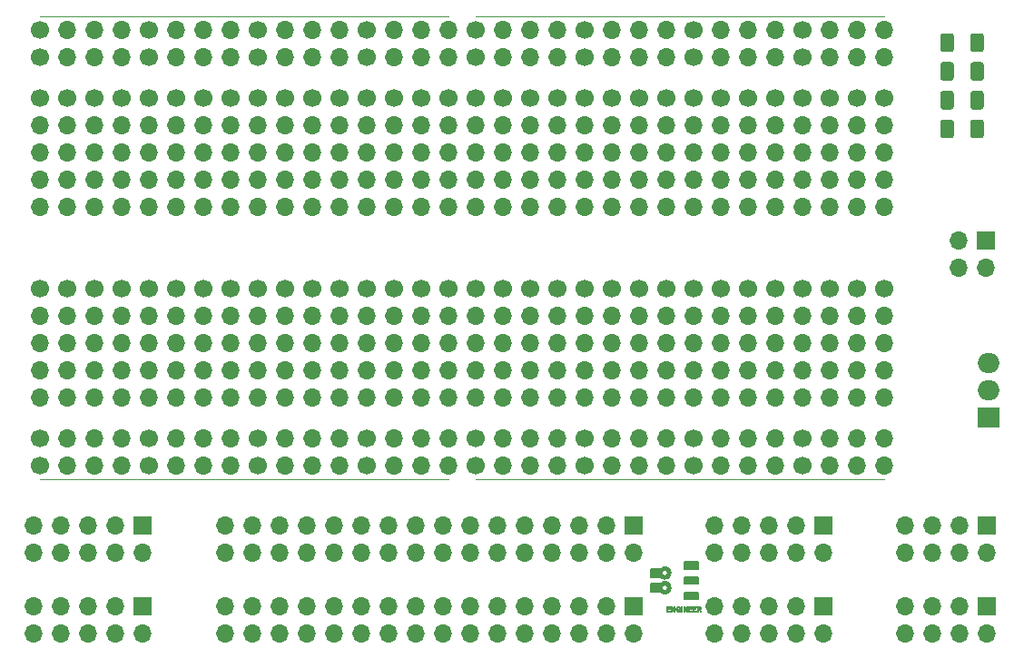
<source format=gbr>
%TF.GenerationSoftware,KiCad,Pcbnew,(5.1.10)-1*%
%TF.CreationDate,2021-09-08T13:29:56-05:00*%
%TF.ProjectId,gd protoboard pcb,67642070-726f-4746-9f62-6f6172642070,rev?*%
%TF.SameCoordinates,Original*%
%TF.FileFunction,Soldermask,Top*%
%TF.FilePolarity,Negative*%
%FSLAX46Y46*%
G04 Gerber Fmt 4.6, Leading zero omitted, Abs format (unit mm)*
G04 Created by KiCad (PCBNEW (5.1.10)-1) date 2021-09-08 13:29:56*
%MOMM*%
%LPD*%
G01*
G04 APERTURE LIST*
%ADD10C,0.120000*%
%ADD11C,0.134262*%
%ADD12C,0.095901*%
%ADD13O,1.700000X1.700000*%
%ADD14R,1.700000X1.700000*%
%ADD15O,2.000000X1.905000*%
%ADD16R,2.000000X1.905000*%
%ADD17C,1.700000*%
G04 APERTURE END LIST*
D10*
X148082000Y-71374000D02*
X109982000Y-71374000D01*
X188722000Y-71374000D02*
X150622000Y-71374000D01*
X188722000Y-114554000D02*
X150622000Y-114554000D01*
X148082000Y-114554000D02*
X109982000Y-114554000D01*
D11*
%TO.C,svg2mod*%
G36*
X168279800Y-124124647D02*
G01*
X168018413Y-124557785D01*
X168079331Y-124464912D01*
X168169546Y-124402461D01*
X168279800Y-124379605D01*
X168390581Y-124402642D01*
X168480737Y-124465395D01*
X168541362Y-124558329D01*
X168563550Y-124671904D01*
X168541362Y-124786225D01*
X168480737Y-124879540D01*
X168390581Y-124942435D01*
X168279800Y-124965492D01*
X168169019Y-124942435D01*
X168078862Y-124879540D01*
X168018237Y-124786225D01*
X167996050Y-124671904D01*
X168018413Y-124557785D01*
X168279800Y-124124647D01*
X168141698Y-124143485D01*
X168017485Y-124196375D01*
X167911050Y-124277879D01*
X166943550Y-124277879D01*
X166943550Y-125065930D01*
X167911050Y-125065930D01*
X168016930Y-125148006D01*
X168141420Y-125200610D01*
X168279800Y-125219162D01*
X168421148Y-125199638D01*
X168548087Y-125144525D01*
X168655581Y-125059009D01*
X168738596Y-124948275D01*
X168792097Y-124817512D01*
X168811050Y-124671904D01*
X168792097Y-124526297D01*
X168738596Y-124395534D01*
X168655581Y-124284800D01*
X168548087Y-124199284D01*
X168421148Y-124144171D01*
X168279800Y-124124647D01*
G37*
X168279800Y-124124647D02*
X168018413Y-124557785D01*
X168079331Y-124464912D01*
X168169546Y-124402461D01*
X168279800Y-124379605D01*
X168390581Y-124402642D01*
X168480737Y-124465395D01*
X168541362Y-124558329D01*
X168563550Y-124671904D01*
X168541362Y-124786225D01*
X168480737Y-124879540D01*
X168390581Y-124942435D01*
X168279800Y-124965492D01*
X168169019Y-124942435D01*
X168078862Y-124879540D01*
X168018237Y-124786225D01*
X167996050Y-124671904D01*
X168018413Y-124557785D01*
X168279800Y-124124647D01*
X168141698Y-124143485D01*
X168017485Y-124196375D01*
X167911050Y-124277879D01*
X166943550Y-124277879D01*
X166943550Y-125065930D01*
X167911050Y-125065930D01*
X168016930Y-125148006D01*
X168141420Y-125200610D01*
X168279800Y-125219162D01*
X168421148Y-125199638D01*
X168548087Y-125144525D01*
X168655581Y-125059009D01*
X168738596Y-124948275D01*
X168792097Y-124817512D01*
X168811050Y-124671904D01*
X168792097Y-124526297D01*
X168738596Y-124395534D01*
X168655581Y-124284800D01*
X168548087Y-124199284D01*
X168421148Y-124144171D01*
X168279800Y-124124647D01*
G36*
X170089800Y-122276849D02*
G01*
X171407300Y-122276849D01*
X171407300Y-122888490D01*
X170089800Y-122888490D01*
X170089800Y-122276849D01*
G37*
X170089800Y-122276849D02*
X171407300Y-122276849D01*
X171407300Y-122888490D01*
X170089800Y-122888490D01*
X170089800Y-122276849D01*
G36*
X170089800Y-123676540D02*
G01*
X171407300Y-123676540D01*
X171407300Y-124288181D01*
X170089800Y-124288181D01*
X170089800Y-123676540D01*
G37*
X170089800Y-123676540D02*
X171407300Y-123676540D01*
X171407300Y-124288181D01*
X170089800Y-124288181D01*
X170089800Y-123676540D01*
G36*
X170089800Y-125080094D02*
G01*
X171407300Y-125080094D01*
X171407300Y-125691734D01*
X170089800Y-125691734D01*
X170089800Y-125080094D01*
G37*
X170089800Y-125080094D02*
X171407300Y-125080094D01*
X171407300Y-125691734D01*
X170089800Y-125691734D01*
X170089800Y-125080094D01*
G36*
X168279800Y-122727532D02*
G01*
X168018413Y-123160468D01*
X168079331Y-123067153D01*
X168169546Y-123004259D01*
X168279800Y-122981201D01*
X168390581Y-123004259D01*
X168480737Y-123067153D01*
X168541362Y-123160468D01*
X168563550Y-123274789D01*
X168541362Y-123388365D01*
X168480737Y-123481298D01*
X168390581Y-123544052D01*
X168279800Y-123567089D01*
X168169019Y-123544052D01*
X168078862Y-123481298D01*
X168018237Y-123388365D01*
X167996050Y-123274789D01*
X168018413Y-123160468D01*
X168279800Y-122727532D01*
X168141698Y-122746370D01*
X168017485Y-122799259D01*
X167911050Y-122880764D01*
X166943550Y-122880764D01*
X166943550Y-123668814D01*
X167911050Y-123668814D01*
X168016930Y-123750891D01*
X168141420Y-123803494D01*
X168279800Y-123822046D01*
X168421148Y-123802523D01*
X168548087Y-123747409D01*
X168655581Y-123661893D01*
X168738596Y-123551160D01*
X168792097Y-123420396D01*
X168811050Y-123274789D01*
X168792097Y-123129182D01*
X168738596Y-122998418D01*
X168655581Y-122887685D01*
X168548087Y-122802168D01*
X168421148Y-122747055D01*
X168279800Y-122727532D01*
G37*
X168279800Y-122727532D02*
X168018413Y-123160468D01*
X168079331Y-123067153D01*
X168169546Y-123004259D01*
X168279800Y-122981201D01*
X168390581Y-123004259D01*
X168480737Y-123067153D01*
X168541362Y-123160468D01*
X168563550Y-123274789D01*
X168541362Y-123388365D01*
X168480737Y-123481298D01*
X168390581Y-123544052D01*
X168279800Y-123567089D01*
X168169019Y-123544052D01*
X168078862Y-123481298D01*
X168018237Y-123388365D01*
X167996050Y-123274789D01*
X168018413Y-123160468D01*
X168279800Y-122727532D01*
X168141698Y-122746370D01*
X168017485Y-122799259D01*
X167911050Y-122880764D01*
X166943550Y-122880764D01*
X166943550Y-123668814D01*
X167911050Y-123668814D01*
X168016930Y-123750891D01*
X168141420Y-123803494D01*
X168279800Y-123822046D01*
X168421148Y-123802523D01*
X168548087Y-123747409D01*
X168655581Y-123661893D01*
X168738596Y-123551160D01*
X168792097Y-123420396D01*
X168811050Y-123274789D01*
X168792097Y-123129182D01*
X168738596Y-122998418D01*
X168655581Y-122887685D01*
X168548087Y-122802168D01*
X168421148Y-122747055D01*
X168279800Y-122727532D01*
D12*
G36*
X168769800Y-126472059D02*
G01*
X168539800Y-126472059D01*
X168539800Y-126573784D01*
X168721050Y-126573784D01*
X168721050Y-126667784D01*
X168539800Y-126667784D01*
X168539800Y-126775947D01*
X168769800Y-126775947D01*
X168769800Y-126875098D01*
X168424800Y-126875098D01*
X168424800Y-126376772D01*
X168769800Y-126376772D01*
X168769800Y-126472059D01*
G37*
X168769800Y-126472059D02*
X168539800Y-126472059D01*
X168539800Y-126573784D01*
X168721050Y-126573784D01*
X168721050Y-126667784D01*
X168539800Y-126667784D01*
X168539800Y-126775947D01*
X168769800Y-126775947D01*
X168769800Y-126875098D01*
X168424800Y-126875098D01*
X168424800Y-126376772D01*
X168769800Y-126376772D01*
X168769800Y-126472059D01*
G36*
X169209800Y-126378059D02*
G01*
X169209800Y-126876385D01*
X169113550Y-126876385D01*
X168924800Y-126539017D01*
X168926043Y-126555757D01*
X168927287Y-126577647D01*
X168927287Y-126876385D01*
X168838537Y-126876385D01*
X168838537Y-126378059D01*
X168961037Y-126378059D01*
X169126037Y-126671647D01*
X169123537Y-126638167D01*
X169123537Y-126378059D01*
X169209800Y-126378059D01*
G37*
X169209800Y-126378059D02*
X169209800Y-126876385D01*
X169113550Y-126876385D01*
X168924800Y-126539017D01*
X168926043Y-126555757D01*
X168927287Y-126577647D01*
X168927287Y-126876385D01*
X168838537Y-126876385D01*
X168838537Y-126378059D01*
X168961037Y-126378059D01*
X169126037Y-126671647D01*
X169123537Y-126638167D01*
X169123537Y-126378059D01*
X169209800Y-126378059D01*
G36*
X169684800Y-126609839D02*
G01*
X169684800Y-126876385D01*
X169633550Y-126876385D01*
X169617300Y-126818440D01*
X169484800Y-126882824D01*
X169400737Y-126865440D01*
X169337300Y-126813290D01*
X169297925Y-126733294D01*
X169284800Y-126633017D01*
X169298862Y-126525497D01*
X169341050Y-126441155D01*
X169407456Y-126387234D01*
X169493550Y-126369046D01*
X169623550Y-126415401D01*
X169683550Y-126540305D01*
X169576050Y-126554469D01*
X169492300Y-126464333D01*
X169422300Y-126506826D01*
X169398550Y-126629154D01*
X169423550Y-126746331D01*
X169496050Y-126786249D01*
X169549800Y-126765646D01*
X169573550Y-126699975D01*
X169482300Y-126699975D01*
X169482300Y-126607263D01*
X169684800Y-126607263D01*
X169684800Y-126609839D01*
G37*
X169684800Y-126609839D02*
X169684800Y-126876385D01*
X169633550Y-126876385D01*
X169617300Y-126818440D01*
X169484800Y-126882824D01*
X169400737Y-126865440D01*
X169337300Y-126813290D01*
X169297925Y-126733294D01*
X169284800Y-126633017D01*
X169298862Y-126525497D01*
X169341050Y-126441155D01*
X169407456Y-126387234D01*
X169493550Y-126369046D01*
X169623550Y-126415401D01*
X169683550Y-126540305D01*
X169576050Y-126554469D01*
X169492300Y-126464333D01*
X169422300Y-126506826D01*
X169398550Y-126629154D01*
X169423550Y-126746331D01*
X169496050Y-126786249D01*
X169549800Y-126765646D01*
X169573550Y-126699975D01*
X169482300Y-126699975D01*
X169482300Y-126607263D01*
X169684800Y-126607263D01*
X169684800Y-126609839D01*
G36*
X169886050Y-126378059D02*
G01*
X169886050Y-126876385D01*
X169773550Y-126876385D01*
X169773550Y-126378059D01*
X169886050Y-126378059D01*
G37*
X169886050Y-126378059D02*
X169886050Y-126876385D01*
X169773550Y-126876385D01*
X169773550Y-126378059D01*
X169886050Y-126378059D01*
G36*
X170356050Y-126378059D02*
G01*
X170356050Y-126876385D01*
X170259800Y-126876385D01*
X170071050Y-126540305D01*
X170072293Y-126557045D01*
X170073537Y-126578935D01*
X170073537Y-126877673D01*
X169984787Y-126877673D01*
X169984787Y-126379347D01*
X170107287Y-126379347D01*
X170272287Y-126672934D01*
X170269787Y-126639455D01*
X170269787Y-126379347D01*
X170356037Y-126379347D01*
X170356050Y-126378059D01*
G37*
X170356050Y-126378059D02*
X170356050Y-126876385D01*
X170259800Y-126876385D01*
X170071050Y-126540305D01*
X170072293Y-126557045D01*
X170073537Y-126578935D01*
X170073537Y-126877673D01*
X169984787Y-126877673D01*
X169984787Y-126379347D01*
X170107287Y-126379347D01*
X170272287Y-126672934D01*
X170269787Y-126639455D01*
X170269787Y-126379347D01*
X170356037Y-126379347D01*
X170356050Y-126378059D01*
G36*
X170798550Y-126472059D02*
G01*
X170568550Y-126472059D01*
X170568550Y-126573784D01*
X170749800Y-126573784D01*
X170749800Y-126667784D01*
X170568550Y-126667784D01*
X170568550Y-126775947D01*
X170798550Y-126775947D01*
X170798550Y-126875098D01*
X170453550Y-126875098D01*
X170453550Y-126376772D01*
X170798550Y-126376772D01*
X170798550Y-126472059D01*
G37*
X170798550Y-126472059D02*
X170568550Y-126472059D01*
X170568550Y-126573784D01*
X170749800Y-126573784D01*
X170749800Y-126667784D01*
X170568550Y-126667784D01*
X170568550Y-126775947D01*
X170798550Y-126775947D01*
X170798550Y-126875098D01*
X170453550Y-126875098D01*
X170453550Y-126376772D01*
X170798550Y-126376772D01*
X170798550Y-126472059D01*
G36*
X171212300Y-126472059D02*
G01*
X170982300Y-126472059D01*
X170982300Y-126573784D01*
X171162300Y-126573784D01*
X171162300Y-126667784D01*
X170981050Y-126667784D01*
X170981050Y-126775947D01*
X171212300Y-126775947D01*
X171212300Y-126875098D01*
X170867300Y-126875098D01*
X170867300Y-126376772D01*
X171212300Y-126376772D01*
X171212300Y-126472059D01*
G37*
X171212300Y-126472059D02*
X170982300Y-126472059D01*
X170982300Y-126573784D01*
X171162300Y-126573784D01*
X171162300Y-126667784D01*
X170981050Y-126667784D01*
X170981050Y-126775947D01*
X171212300Y-126775947D01*
X171212300Y-126875098D01*
X170867300Y-126875098D01*
X170867300Y-126376772D01*
X171212300Y-126376772D01*
X171212300Y-126472059D01*
G36*
X171393550Y-126678085D02*
G01*
X171393550Y-126594387D01*
X171463550Y-126594387D01*
X171513550Y-126589237D01*
X171541050Y-126567346D01*
X171553550Y-126528716D01*
X171541050Y-126491374D01*
X171514800Y-126470772D01*
X171461050Y-126466909D01*
X171393550Y-126466908D01*
X171393550Y-126594387D01*
X171393550Y-126678085D01*
X171393550Y-126875098D01*
X171279800Y-126875098D01*
X171279800Y-126376772D01*
X171492300Y-126376772D01*
X171587300Y-126390936D01*
X171646050Y-126442442D01*
X171669800Y-126526141D01*
X171649019Y-126603079D01*
X171586050Y-126654907D01*
X171674800Y-126875098D01*
X171549800Y-126875098D01*
X171476050Y-126678085D01*
X171393550Y-126678085D01*
G37*
X171393550Y-126678085D02*
X171393550Y-126594387D01*
X171463550Y-126594387D01*
X171513550Y-126589237D01*
X171541050Y-126567346D01*
X171553550Y-126528716D01*
X171541050Y-126491374D01*
X171514800Y-126470772D01*
X171461050Y-126466909D01*
X171393550Y-126466908D01*
X171393550Y-126594387D01*
X171393550Y-126678085D01*
X171393550Y-126875098D01*
X171279800Y-126875098D01*
X171279800Y-126376772D01*
X171492300Y-126376772D01*
X171587300Y-126390936D01*
X171646050Y-126442442D01*
X171669800Y-126526141D01*
X171649019Y-126603079D01*
X171586050Y-126654907D01*
X171674800Y-126875098D01*
X171549800Y-126875098D01*
X171476050Y-126678085D01*
X171393550Y-126678085D01*
%TD*%
D13*
%TO.C,J8*%
X127254000Y-121437400D03*
X127254000Y-118897400D03*
X129794000Y-121437400D03*
X129794000Y-118897400D03*
X132334000Y-121437400D03*
X132334000Y-118897400D03*
X134874000Y-121437400D03*
X134874000Y-118897400D03*
X137414000Y-121437400D03*
X137414000Y-118897400D03*
X139954000Y-121437400D03*
X139954000Y-118897400D03*
X142494000Y-121437400D03*
X142494000Y-118897400D03*
X145034000Y-121437400D03*
X145034000Y-118897400D03*
X147574000Y-121437400D03*
X147574000Y-118897400D03*
X150114000Y-121437400D03*
X150114000Y-118897400D03*
X152654000Y-121437400D03*
X152654000Y-118897400D03*
X155194000Y-121437400D03*
X155194000Y-118897400D03*
X157734000Y-121437400D03*
X157734000Y-118897400D03*
X160274000Y-121437400D03*
X160274000Y-118897400D03*
X162814000Y-121437400D03*
X162814000Y-118897400D03*
X165354000Y-121437400D03*
D14*
X165354000Y-118897400D03*
%TD*%
D15*
%TO.C,U1*%
X198475600Y-103708200D03*
X198475600Y-106248200D03*
D16*
X198475600Y-108788200D03*
%TD*%
D13*
%TO.C,J13*%
X188722000Y-89154000D03*
X188722000Y-86614000D03*
X188722000Y-84074000D03*
X188722000Y-81534000D03*
D17*
X188722000Y-78994000D03*
%TD*%
%TO.C,J13*%
X173482000Y-78994000D03*
D13*
X173482000Y-81534000D03*
X173482000Y-84074000D03*
X173482000Y-86614000D03*
X173482000Y-89154000D03*
%TD*%
D17*
%TO.C,J8*%
X109982000Y-113284000D03*
D13*
X112522000Y-113284000D03*
X115062000Y-113284000D03*
X117602000Y-113284000D03*
%TD*%
%TO.C,J8*%
X188722000Y-113284000D03*
X186182000Y-113284000D03*
X183642000Y-113284000D03*
D17*
X181102000Y-113284000D03*
%TD*%
D13*
%TO.C,J8*%
X117602000Y-110744000D03*
X115062000Y-110744000D03*
X112522000Y-110744000D03*
D17*
X109982000Y-110744000D03*
%TD*%
D13*
%TO.C,J8*%
X158242000Y-113284000D03*
X155702000Y-113284000D03*
X153162000Y-113284000D03*
D17*
X150622000Y-113284000D03*
%TD*%
D13*
%TO.C,J8*%
X178562000Y-113284000D03*
X176022000Y-113284000D03*
X173482000Y-113284000D03*
D17*
X170942000Y-113284000D03*
%TD*%
D13*
%TO.C,J8*%
X137922000Y-113284000D03*
X135382000Y-113284000D03*
X132842000Y-113284000D03*
D17*
X130302000Y-113284000D03*
%TD*%
D13*
%TO.C,J8*%
X168402000Y-113284000D03*
X165862000Y-113284000D03*
X163322000Y-113284000D03*
D17*
X160782000Y-113284000D03*
%TD*%
D13*
%TO.C,J8*%
X148082000Y-113284000D03*
X145542000Y-113284000D03*
X143002000Y-113284000D03*
D17*
X140462000Y-113284000D03*
%TD*%
D13*
%TO.C,J8*%
X127762000Y-113284000D03*
X125222000Y-113284000D03*
X122682000Y-113284000D03*
D17*
X120142000Y-113284000D03*
%TD*%
%TO.C,J8*%
X181102000Y-110744000D03*
D13*
X183642000Y-110744000D03*
X186182000Y-110744000D03*
X188722000Y-110744000D03*
%TD*%
D17*
%TO.C,J8*%
X170942000Y-110744000D03*
D13*
X173482000Y-110744000D03*
X176022000Y-110744000D03*
X178562000Y-110744000D03*
%TD*%
D17*
%TO.C,J8*%
X130302000Y-110744000D03*
D13*
X132842000Y-110744000D03*
X135382000Y-110744000D03*
X137922000Y-110744000D03*
%TD*%
D17*
%TO.C,J8*%
X150622000Y-110744000D03*
D13*
X153162000Y-110744000D03*
X155702000Y-110744000D03*
X158242000Y-110744000D03*
%TD*%
D17*
%TO.C,J8*%
X160782000Y-110744000D03*
D13*
X163322000Y-110744000D03*
X165862000Y-110744000D03*
X168402000Y-110744000D03*
%TD*%
D17*
%TO.C,J8*%
X140462000Y-110744000D03*
D13*
X143002000Y-110744000D03*
X145542000Y-110744000D03*
X148082000Y-110744000D03*
%TD*%
D17*
%TO.C,J8*%
X120142000Y-110744000D03*
D13*
X122682000Y-110744000D03*
X125222000Y-110744000D03*
X127762000Y-110744000D03*
%TD*%
%TO.C,J8*%
X117602000Y-75184000D03*
X115062000Y-75184000D03*
X112522000Y-75184000D03*
D17*
X109982000Y-75184000D03*
%TD*%
%TO.C,J8*%
X181102000Y-75184000D03*
D13*
X183642000Y-75184000D03*
X186182000Y-75184000D03*
X188722000Y-75184000D03*
%TD*%
D17*
%TO.C,J8*%
X170942000Y-75184000D03*
D13*
X173482000Y-75184000D03*
X176022000Y-75184000D03*
X178562000Y-75184000D03*
%TD*%
D17*
%TO.C,J8*%
X130302000Y-75184000D03*
D13*
X132842000Y-75184000D03*
X135382000Y-75184000D03*
X137922000Y-75184000D03*
%TD*%
D17*
%TO.C,J8*%
X150622000Y-75184000D03*
D13*
X153162000Y-75184000D03*
X155702000Y-75184000D03*
X158242000Y-75184000D03*
%TD*%
D17*
%TO.C,J8*%
X160782000Y-75184000D03*
D13*
X163322000Y-75184000D03*
X165862000Y-75184000D03*
X168402000Y-75184000D03*
%TD*%
D17*
%TO.C,J8*%
X140462000Y-75184000D03*
D13*
X143002000Y-75184000D03*
X145542000Y-75184000D03*
X148082000Y-75184000D03*
%TD*%
D17*
%TO.C,J8*%
X120142000Y-75184000D03*
D13*
X122682000Y-75184000D03*
X125222000Y-75184000D03*
X127762000Y-75184000D03*
%TD*%
%TO.C,J13*%
X188722000Y-106934000D03*
X188722000Y-104394000D03*
X188722000Y-101854000D03*
X188722000Y-99314000D03*
D17*
X188722000Y-96774000D03*
%TD*%
D13*
%TO.C,J13*%
X186182000Y-106934000D03*
X186182000Y-104394000D03*
X186182000Y-101854000D03*
X186182000Y-99314000D03*
D17*
X186182000Y-96774000D03*
%TD*%
D13*
%TO.C,J13*%
X186182000Y-89154000D03*
X186182000Y-86614000D03*
X186182000Y-84074000D03*
X186182000Y-81534000D03*
D17*
X186182000Y-78994000D03*
%TD*%
D13*
%TO.C,J8*%
X188722000Y-72644000D03*
X186182000Y-72644000D03*
X183642000Y-72644000D03*
D17*
X181102000Y-72644000D03*
%TD*%
D13*
%TO.C,J8*%
X178562000Y-72644000D03*
X176022000Y-72644000D03*
X173482000Y-72644000D03*
D17*
X170942000Y-72644000D03*
%TD*%
D13*
%TO.C,J8*%
X168402000Y-72644000D03*
X165862000Y-72644000D03*
X163322000Y-72644000D03*
D17*
X160782000Y-72644000D03*
%TD*%
D13*
%TO.C,J8*%
X158242000Y-72644000D03*
X155702000Y-72644000D03*
X153162000Y-72644000D03*
D17*
X150622000Y-72644000D03*
%TD*%
D13*
%TO.C,J8*%
X148082000Y-72644000D03*
X145542000Y-72644000D03*
X143002000Y-72644000D03*
D17*
X140462000Y-72644000D03*
%TD*%
D13*
%TO.C,J8*%
X137922000Y-72644000D03*
X135382000Y-72644000D03*
X132842000Y-72644000D03*
D17*
X130302000Y-72644000D03*
%TD*%
D13*
%TO.C,J8*%
X127762000Y-72644000D03*
X125222000Y-72644000D03*
X122682000Y-72644000D03*
D17*
X120142000Y-72644000D03*
%TD*%
%TO.C,J8*%
X109982000Y-72644000D03*
D13*
X112522000Y-72644000D03*
X115062000Y-72644000D03*
X117602000Y-72644000D03*
%TD*%
%TO.C,J13*%
X135382000Y-106934000D03*
X135382000Y-104394000D03*
X135382000Y-101854000D03*
X135382000Y-99314000D03*
D17*
X135382000Y-96774000D03*
%TD*%
D13*
%TO.C,J13*%
X178562000Y-106934000D03*
X178562000Y-104394000D03*
X178562000Y-101854000D03*
X178562000Y-99314000D03*
D17*
X178562000Y-96774000D03*
%TD*%
D13*
%TO.C,J13*%
X173482000Y-106934000D03*
X173482000Y-104394000D03*
X173482000Y-101854000D03*
X173482000Y-99314000D03*
D17*
X173482000Y-96774000D03*
%TD*%
D13*
%TO.C,J13*%
X163322000Y-106934000D03*
X163322000Y-104394000D03*
X163322000Y-101854000D03*
X163322000Y-99314000D03*
D17*
X163322000Y-96774000D03*
%TD*%
D13*
%TO.C,J13*%
X176022000Y-106934000D03*
X176022000Y-104394000D03*
X176022000Y-101854000D03*
X176022000Y-99314000D03*
D17*
X176022000Y-96774000D03*
%TD*%
D13*
%TO.C,J13*%
X168402000Y-106934000D03*
X168402000Y-104394000D03*
X168402000Y-101854000D03*
X168402000Y-99314000D03*
D17*
X168402000Y-96774000D03*
%TD*%
D13*
%TO.C,J13*%
X170942000Y-106934000D03*
X170942000Y-104394000D03*
X170942000Y-101854000D03*
X170942000Y-99314000D03*
D17*
X170942000Y-96774000D03*
%TD*%
D13*
%TO.C,J13*%
X183642000Y-106934000D03*
X183642000Y-104394000D03*
X183642000Y-101854000D03*
X183642000Y-99314000D03*
D17*
X183642000Y-96774000D03*
%TD*%
D13*
%TO.C,J13*%
X181102000Y-106934000D03*
X181102000Y-104394000D03*
X181102000Y-101854000D03*
X181102000Y-99314000D03*
D17*
X181102000Y-96774000D03*
%TD*%
D13*
%TO.C,J13*%
X165862000Y-106934000D03*
X165862000Y-104394000D03*
X165862000Y-101854000D03*
X165862000Y-99314000D03*
D17*
X165862000Y-96774000D03*
%TD*%
D13*
%TO.C,J13*%
X158242000Y-106934000D03*
X158242000Y-104394000D03*
X158242000Y-101854000D03*
X158242000Y-99314000D03*
D17*
X158242000Y-96774000D03*
%TD*%
D13*
%TO.C,J13*%
X153162000Y-106934000D03*
X153162000Y-104394000D03*
X153162000Y-101854000D03*
X153162000Y-99314000D03*
D17*
X153162000Y-96774000D03*
%TD*%
D13*
%TO.C,J13*%
X127762000Y-106934000D03*
X127762000Y-104394000D03*
X127762000Y-101854000D03*
X127762000Y-99314000D03*
D17*
X127762000Y-96774000D03*
%TD*%
D13*
%TO.C,J13*%
X148082000Y-106934000D03*
X148082000Y-104394000D03*
X148082000Y-101854000D03*
X148082000Y-99314000D03*
D17*
X148082000Y-96774000D03*
%TD*%
D13*
%TO.C,J13*%
X143002000Y-106934000D03*
X143002000Y-104394000D03*
X143002000Y-101854000D03*
X143002000Y-99314000D03*
D17*
X143002000Y-96774000D03*
%TD*%
D13*
%TO.C,J13*%
X140462000Y-106934000D03*
X140462000Y-104394000D03*
X140462000Y-101854000D03*
X140462000Y-99314000D03*
D17*
X140462000Y-96774000D03*
%TD*%
D13*
%TO.C,J13*%
X132842000Y-106934000D03*
X132842000Y-104394000D03*
X132842000Y-101854000D03*
X132842000Y-99314000D03*
D17*
X132842000Y-96774000D03*
%TD*%
D13*
%TO.C,J13*%
X117602000Y-106934000D03*
X117602000Y-104394000D03*
X117602000Y-101854000D03*
X117602000Y-99314000D03*
D17*
X117602000Y-96774000D03*
%TD*%
D13*
%TO.C,J13*%
X115062000Y-106934000D03*
X115062000Y-104394000D03*
X115062000Y-101854000D03*
X115062000Y-99314000D03*
D17*
X115062000Y-96774000D03*
%TD*%
D13*
%TO.C,J13*%
X150622000Y-106934000D03*
X150622000Y-104394000D03*
X150622000Y-101854000D03*
X150622000Y-99314000D03*
D17*
X150622000Y-96774000D03*
%TD*%
D13*
%TO.C,J13*%
X155702000Y-106934000D03*
X155702000Y-104394000D03*
X155702000Y-101854000D03*
X155702000Y-99314000D03*
D17*
X155702000Y-96774000D03*
%TD*%
D13*
%TO.C,J13*%
X130302000Y-106934000D03*
X130302000Y-104394000D03*
X130302000Y-101854000D03*
X130302000Y-99314000D03*
D17*
X130302000Y-96774000D03*
%TD*%
D13*
%TO.C,J13*%
X145542000Y-106934000D03*
X145542000Y-104394000D03*
X145542000Y-101854000D03*
X145542000Y-99314000D03*
D17*
X145542000Y-96774000D03*
%TD*%
D13*
%TO.C,J13*%
X122682000Y-106934000D03*
X122682000Y-104394000D03*
X122682000Y-101854000D03*
X122682000Y-99314000D03*
D17*
X122682000Y-96774000D03*
%TD*%
D13*
%TO.C,J13*%
X160782000Y-106934000D03*
X160782000Y-104394000D03*
X160782000Y-101854000D03*
X160782000Y-99314000D03*
D17*
X160782000Y-96774000D03*
%TD*%
D13*
%TO.C,J13*%
X125222000Y-106934000D03*
X125222000Y-104394000D03*
X125222000Y-101854000D03*
X125222000Y-99314000D03*
D17*
X125222000Y-96774000D03*
%TD*%
D13*
%TO.C,J13*%
X120142000Y-106934000D03*
X120142000Y-104394000D03*
X120142000Y-101854000D03*
X120142000Y-99314000D03*
D17*
X120142000Y-96774000D03*
%TD*%
%TO.C,J13*%
X109982000Y-96774000D03*
D13*
X109982000Y-99314000D03*
X109982000Y-101854000D03*
X109982000Y-104394000D03*
X109982000Y-106934000D03*
%TD*%
%TO.C,J13*%
X137922000Y-106934000D03*
X137922000Y-104394000D03*
X137922000Y-101854000D03*
X137922000Y-99314000D03*
D17*
X137922000Y-96774000D03*
%TD*%
D13*
%TO.C,J13*%
X112522000Y-106934000D03*
X112522000Y-104394000D03*
X112522000Y-101854000D03*
X112522000Y-99314000D03*
D17*
X112522000Y-96774000D03*
%TD*%
%TO.C,J13*%
X183642000Y-78994000D03*
D13*
X183642000Y-81534000D03*
X183642000Y-84074000D03*
X183642000Y-86614000D03*
X183642000Y-89154000D03*
%TD*%
D17*
%TO.C,J13*%
X181102000Y-78994000D03*
D13*
X181102000Y-81534000D03*
X181102000Y-84074000D03*
X181102000Y-86614000D03*
X181102000Y-89154000D03*
%TD*%
D17*
%TO.C,J13*%
X178562000Y-78994000D03*
D13*
X178562000Y-81534000D03*
X178562000Y-84074000D03*
X178562000Y-86614000D03*
X178562000Y-89154000D03*
%TD*%
D17*
%TO.C,J13*%
X176022000Y-78994000D03*
D13*
X176022000Y-81534000D03*
X176022000Y-84074000D03*
X176022000Y-86614000D03*
X176022000Y-89154000D03*
%TD*%
D17*
%TO.C,J13*%
X170942000Y-78994000D03*
D13*
X170942000Y-81534000D03*
X170942000Y-84074000D03*
X170942000Y-86614000D03*
X170942000Y-89154000D03*
%TD*%
D17*
%TO.C,J13*%
X168402000Y-78994000D03*
D13*
X168402000Y-81534000D03*
X168402000Y-84074000D03*
X168402000Y-86614000D03*
X168402000Y-89154000D03*
%TD*%
D17*
%TO.C,J13*%
X165862000Y-78994000D03*
D13*
X165862000Y-81534000D03*
X165862000Y-84074000D03*
X165862000Y-86614000D03*
X165862000Y-89154000D03*
%TD*%
D17*
%TO.C,J13*%
X163322000Y-78994000D03*
D13*
X163322000Y-81534000D03*
X163322000Y-84074000D03*
X163322000Y-86614000D03*
X163322000Y-89154000D03*
%TD*%
D17*
%TO.C,J13*%
X158242000Y-78994000D03*
D13*
X158242000Y-81534000D03*
X158242000Y-84074000D03*
X158242000Y-86614000D03*
X158242000Y-89154000D03*
%TD*%
D17*
%TO.C,J13*%
X155702000Y-78994000D03*
D13*
X155702000Y-81534000D03*
X155702000Y-84074000D03*
X155702000Y-86614000D03*
X155702000Y-89154000D03*
%TD*%
D17*
%TO.C,J13*%
X153162000Y-78994000D03*
D13*
X153162000Y-81534000D03*
X153162000Y-84074000D03*
X153162000Y-86614000D03*
X153162000Y-89154000D03*
%TD*%
D17*
%TO.C,J13*%
X150622000Y-78994000D03*
D13*
X150622000Y-81534000D03*
X150622000Y-84074000D03*
X150622000Y-86614000D03*
X150622000Y-89154000D03*
%TD*%
D17*
%TO.C,J13*%
X148082000Y-78994000D03*
D13*
X148082000Y-81534000D03*
X148082000Y-84074000D03*
X148082000Y-86614000D03*
X148082000Y-89154000D03*
%TD*%
D17*
%TO.C,J13*%
X145542000Y-78994000D03*
D13*
X145542000Y-81534000D03*
X145542000Y-84074000D03*
X145542000Y-86614000D03*
X145542000Y-89154000D03*
%TD*%
D17*
%TO.C,J13*%
X143002000Y-78994000D03*
D13*
X143002000Y-81534000D03*
X143002000Y-84074000D03*
X143002000Y-86614000D03*
X143002000Y-89154000D03*
%TD*%
D17*
%TO.C,J13*%
X140462000Y-78994000D03*
D13*
X140462000Y-81534000D03*
X140462000Y-84074000D03*
X140462000Y-86614000D03*
X140462000Y-89154000D03*
%TD*%
D17*
%TO.C,J13*%
X137922000Y-78994000D03*
D13*
X137922000Y-81534000D03*
X137922000Y-84074000D03*
X137922000Y-86614000D03*
X137922000Y-89154000D03*
%TD*%
D17*
%TO.C,J13*%
X160782000Y-78994000D03*
D13*
X160782000Y-81534000D03*
X160782000Y-84074000D03*
X160782000Y-86614000D03*
X160782000Y-89154000D03*
%TD*%
D17*
%TO.C,J13*%
X132842000Y-78994000D03*
D13*
X132842000Y-81534000D03*
X132842000Y-84074000D03*
X132842000Y-86614000D03*
X132842000Y-89154000D03*
%TD*%
D17*
%TO.C,J13*%
X130302000Y-78994000D03*
D13*
X130302000Y-81534000D03*
X130302000Y-84074000D03*
X130302000Y-86614000D03*
X130302000Y-89154000D03*
%TD*%
D17*
%TO.C,J13*%
X127762000Y-78994000D03*
D13*
X127762000Y-81534000D03*
X127762000Y-84074000D03*
X127762000Y-86614000D03*
X127762000Y-89154000D03*
%TD*%
D17*
%TO.C,J13*%
X125222000Y-78994000D03*
D13*
X125222000Y-81534000D03*
X125222000Y-84074000D03*
X125222000Y-86614000D03*
X125222000Y-89154000D03*
%TD*%
D17*
%TO.C,J13*%
X122682000Y-78994000D03*
D13*
X122682000Y-81534000D03*
X122682000Y-84074000D03*
X122682000Y-86614000D03*
X122682000Y-89154000D03*
%TD*%
D17*
%TO.C,J13*%
X120142000Y-78994000D03*
D13*
X120142000Y-81534000D03*
X120142000Y-84074000D03*
X120142000Y-86614000D03*
X120142000Y-89154000D03*
%TD*%
D17*
%TO.C,J13*%
X117602000Y-78994000D03*
D13*
X117602000Y-81534000D03*
X117602000Y-84074000D03*
X117602000Y-86614000D03*
X117602000Y-89154000D03*
%TD*%
D17*
%TO.C,J13*%
X115062000Y-78994000D03*
D13*
X115062000Y-81534000D03*
X115062000Y-84074000D03*
X115062000Y-86614000D03*
X115062000Y-89154000D03*
%TD*%
D17*
%TO.C,J13*%
X112522000Y-78994000D03*
D13*
X112522000Y-81534000D03*
X112522000Y-84074000D03*
X112522000Y-86614000D03*
X112522000Y-89154000D03*
%TD*%
%TO.C,J13*%
X109982000Y-89154000D03*
X109982000Y-86614000D03*
X109982000Y-84074000D03*
X109982000Y-81534000D03*
D17*
X109982000Y-78994000D03*
%TD*%
%TO.C,J13*%
X135382000Y-78994000D03*
D13*
X135382000Y-81534000D03*
X135382000Y-84074000D03*
X135382000Y-86614000D03*
X135382000Y-89154000D03*
%TD*%
%TO.C,J9*%
X172913500Y-121437400D03*
X172913500Y-118897400D03*
X175453500Y-121437400D03*
X175453500Y-118897400D03*
X177993500Y-121437400D03*
X177993500Y-118897400D03*
X180533500Y-121437400D03*
X180533500Y-118897400D03*
X183073500Y-121437400D03*
D14*
X183073500Y-118897400D03*
%TD*%
D13*
%TO.C,J7*%
X109394500Y-121437400D03*
X109394500Y-118897400D03*
X111934500Y-121437400D03*
X111934500Y-118897400D03*
X114474500Y-121437400D03*
X114474500Y-118897400D03*
X117014500Y-121437400D03*
X117014500Y-118897400D03*
X119554500Y-121437400D03*
D14*
X119554500Y-118897400D03*
%TD*%
D13*
%TO.C,J6*%
X190666500Y-121437400D03*
X190666500Y-118897400D03*
X193206500Y-121437400D03*
X193206500Y-118897400D03*
X195746500Y-121437400D03*
X195746500Y-118897400D03*
X198286500Y-121437400D03*
D14*
X198286500Y-118897400D03*
%TD*%
D13*
%TO.C,J5*%
X195645600Y-94792800D03*
X195645600Y-92252800D03*
X198185600Y-94792800D03*
D14*
X198185600Y-92252800D03*
%TD*%
%TO.C,D4*%
G36*
G01*
X196774100Y-74437400D02*
X196774100Y-73187400D01*
G75*
G02*
X197024100Y-72937400I250000J0D01*
G01*
X197774100Y-72937400D01*
G75*
G02*
X198024100Y-73187400I0J-250000D01*
G01*
X198024100Y-74437400D01*
G75*
G02*
X197774100Y-74687400I-250000J0D01*
G01*
X197024100Y-74687400D01*
G75*
G02*
X196774100Y-74437400I0J250000D01*
G01*
G37*
G36*
G01*
X193974100Y-74437400D02*
X193974100Y-73187400D01*
G75*
G02*
X194224100Y-72937400I250000J0D01*
G01*
X194974100Y-72937400D01*
G75*
G02*
X195224100Y-73187400I0J-250000D01*
G01*
X195224100Y-74437400D01*
G75*
G02*
X194974100Y-74687400I-250000J0D01*
G01*
X194224100Y-74687400D01*
G75*
G02*
X193974100Y-74437400I0J250000D01*
G01*
G37*
%TD*%
D13*
%TO.C,J1*%
X190666500Y-128905000D03*
X190666500Y-126365000D03*
X193206500Y-128905000D03*
X193206500Y-126365000D03*
X195746500Y-128905000D03*
X195746500Y-126365000D03*
X198286500Y-128905000D03*
D14*
X198286500Y-126365000D03*
%TD*%
D13*
%TO.C,J4*%
X172913500Y-128905000D03*
X172913500Y-126365000D03*
X175453500Y-128905000D03*
X175453500Y-126365000D03*
X177993500Y-128905000D03*
X177993500Y-126365000D03*
X180533500Y-128905000D03*
X180533500Y-126365000D03*
X183073500Y-128905000D03*
D14*
X183073500Y-126365000D03*
%TD*%
D13*
%TO.C,J2*%
X109394500Y-128905000D03*
X109394500Y-126365000D03*
X111934500Y-128905000D03*
X111934500Y-126365000D03*
X114474500Y-128905000D03*
X114474500Y-126365000D03*
X117014500Y-128905000D03*
X117014500Y-126365000D03*
X119554500Y-128905000D03*
D14*
X119554500Y-126365000D03*
%TD*%
D13*
%TO.C,J3*%
X127254000Y-128905000D03*
X127254000Y-126365000D03*
X129794000Y-128905000D03*
X129794000Y-126365000D03*
X132334000Y-128905000D03*
X132334000Y-126365000D03*
X134874000Y-128905000D03*
X134874000Y-126365000D03*
X137414000Y-128905000D03*
X137414000Y-126365000D03*
X139954000Y-128905000D03*
X139954000Y-126365000D03*
X142494000Y-128905000D03*
X142494000Y-126365000D03*
X145034000Y-128905000D03*
X145034000Y-126365000D03*
X147574000Y-128905000D03*
X147574000Y-126365000D03*
X150114000Y-128905000D03*
X150114000Y-126365000D03*
X152654000Y-128905000D03*
X152654000Y-126365000D03*
X155194000Y-128905000D03*
X155194000Y-126365000D03*
X157734000Y-128905000D03*
X157734000Y-126365000D03*
X160274000Y-128905000D03*
X160274000Y-126365000D03*
X162814000Y-128905000D03*
X162814000Y-126365000D03*
X165354000Y-128905000D03*
D14*
X165354000Y-126365000D03*
%TD*%
%TO.C,D3*%
G36*
G01*
X196774100Y-82489200D02*
X196774100Y-81239200D01*
G75*
G02*
X197024100Y-80989200I250000J0D01*
G01*
X197774100Y-80989200D01*
G75*
G02*
X198024100Y-81239200I0J-250000D01*
G01*
X198024100Y-82489200D01*
G75*
G02*
X197774100Y-82739200I-250000J0D01*
G01*
X197024100Y-82739200D01*
G75*
G02*
X196774100Y-82489200I0J250000D01*
G01*
G37*
G36*
G01*
X193974100Y-82489200D02*
X193974100Y-81239200D01*
G75*
G02*
X194224100Y-80989200I250000J0D01*
G01*
X194974100Y-80989200D01*
G75*
G02*
X195224100Y-81239200I0J-250000D01*
G01*
X195224100Y-82489200D01*
G75*
G02*
X194974100Y-82739200I-250000J0D01*
G01*
X194224100Y-82739200D01*
G75*
G02*
X193974100Y-82489200I0J250000D01*
G01*
G37*
%TD*%
%TO.C,D2*%
G36*
G01*
X196774100Y-77121334D02*
X196774100Y-75871334D01*
G75*
G02*
X197024100Y-75621334I250000J0D01*
G01*
X197774100Y-75621334D01*
G75*
G02*
X198024100Y-75871334I0J-250000D01*
G01*
X198024100Y-77121334D01*
G75*
G02*
X197774100Y-77371334I-250000J0D01*
G01*
X197024100Y-77371334D01*
G75*
G02*
X196774100Y-77121334I0J250000D01*
G01*
G37*
G36*
G01*
X193974100Y-77121334D02*
X193974100Y-75871334D01*
G75*
G02*
X194224100Y-75621334I250000J0D01*
G01*
X194974100Y-75621334D01*
G75*
G02*
X195224100Y-75871334I0J-250000D01*
G01*
X195224100Y-77121334D01*
G75*
G02*
X194974100Y-77371334I-250000J0D01*
G01*
X194224100Y-77371334D01*
G75*
G02*
X193974100Y-77121334I0J250000D01*
G01*
G37*
%TD*%
%TO.C,D1*%
G36*
G01*
X196774100Y-79805267D02*
X196774100Y-78555267D01*
G75*
G02*
X197024100Y-78305267I250000J0D01*
G01*
X197774100Y-78305267D01*
G75*
G02*
X198024100Y-78555267I0J-250000D01*
G01*
X198024100Y-79805267D01*
G75*
G02*
X197774100Y-80055267I-250000J0D01*
G01*
X197024100Y-80055267D01*
G75*
G02*
X196774100Y-79805267I0J250000D01*
G01*
G37*
G36*
G01*
X193974100Y-79805267D02*
X193974100Y-78555267D01*
G75*
G02*
X194224100Y-78305267I250000J0D01*
G01*
X194974100Y-78305267D01*
G75*
G02*
X195224100Y-78555267I0J-250000D01*
G01*
X195224100Y-79805267D01*
G75*
G02*
X194974100Y-80055267I-250000J0D01*
G01*
X194224100Y-80055267D01*
G75*
G02*
X193974100Y-79805267I0J250000D01*
G01*
G37*
%TD*%
M02*

</source>
